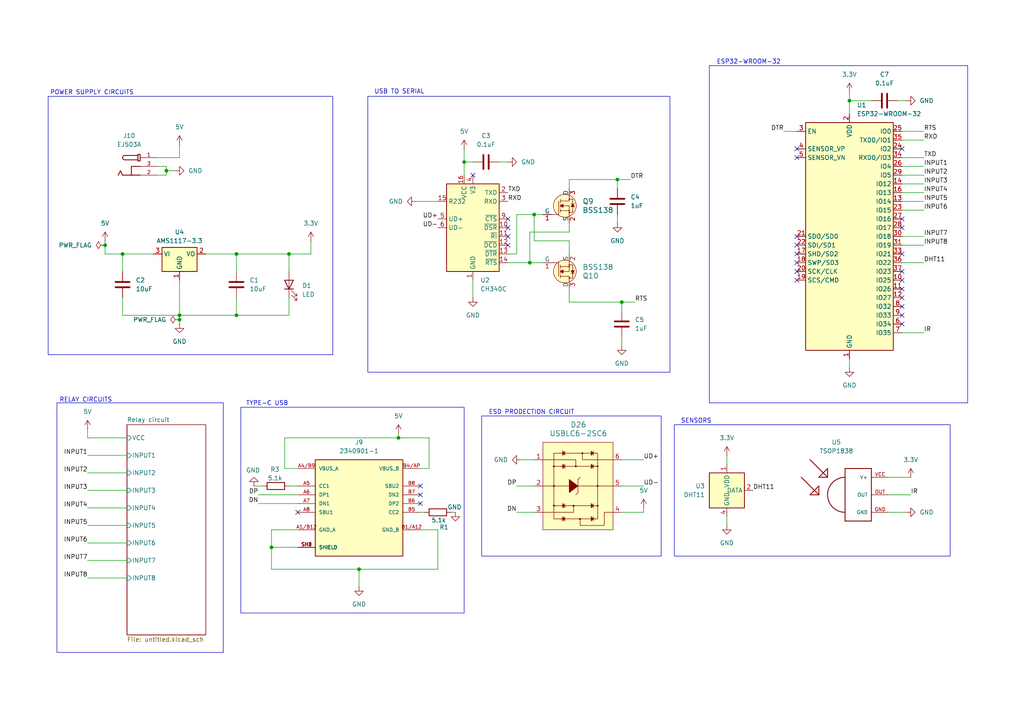
<source format=kicad_sch>
(kicad_sch (version 20250114) (generator "eeschema") (generator_version "9.0")
  (paper "A4")
  (title_block (title "HOME AUTOMATION") (date "2025-06-06") (rev "1") (company "Designed by Vishal"))
  (lib_symbols
    (symbol "Device:C" (pin_numbers (hide yes)) (pin_names (offset 0.254))
      (property "Reference" "C" (at 0.635 2.54 0))
      (property "Value" "C" (at 0.635 -2.54 0))
      (symbol "C_0_1"
        (polyline (pts (xy -2.032 0.762) (xy 2.032 0.762)) (stroke (width 0.508)))
        (polyline (pts (xy -2.032 -0.762) (xy 2.032 -0.762)) (stroke (width 0.508)))
      )
      (symbol "C_1_1"
        (pin passive line (at 0 3.81 270) (length 2.794) (name "~") (number "1"))
        (pin passive line (at 0 -3.81 90) (length 2.794) (name "~") (number "2"))
      )
    )
    (symbol "Device:LED" (pin_numbers (hide yes)) (pin_names (offset 1.016) (hide yes))
      (property "Reference" "D" (at 0 2.54 0))
      (property "Value" "LED" (at 0 -2.54 0))
      (symbol "LED_0_1"
        (polyline (pts (xy -3.048 -0.762) (xy -4.572 -2.286) (xy -3.81 -2.286) (xy -4.572 -2.286) (xy -4.572 -1.524)))
        (polyline (pts (xy -1.778 -0.762) (xy -3.302 -2.286) (xy -2.54 -2.286) (xy -3.302 -2.286) (xy -3.302 -1.524)))
        (polyline (pts (xy -1.27 0) (xy 1.27 0)))
        (polyline (pts (xy -1.27 -1.27) (xy -1.27 1.27)) (stroke (width 0.254)))
        (polyline (pts (xy 1.27 -1.27) (xy 1.27 1.27) (xy -1.27 0) (xy 1.27 -1.27)) (stroke (width 0.254)))
      )
      (symbol "LED_1_1"
        (pin passive line (at -3.81 0 0) (length 2.54) (name "K") (number "1"))
        (pin passive line (at 3.81 0 180) (length 2.54) (name "A") (number "2"))
      )
    )
    (symbol "Device:R" (pin_numbers (hide yes)) (pin_names (offset 0))
      (property "Reference" "R" (at 2.032 0 90))
      (property "Value" "R" (at 0 0 90))
      (symbol "R_0_1"
        (rectangle (start -1.016 -2.54) (end 1.016 2.54) (stroke (width 0.254)))
      )
      (symbol "R_1_1"
        (pin passive line (at 0 3.81 270) (length 1.27) (name "~") (number "1"))
        (pin passive line (at 0 -3.81 90) (length 1.27) (name "~") (number "2"))
      )
    )
    (symbol "Interface_USB:CH340C"
      (property "Reference" "U" (at -5.08 13.97 0))
      (property "Value" "CH340C" (at 1.27 13.97 0))
      (symbol "CH340C_0_1"
        (rectangle (start -7.62 12.7) (end 7.62 -12.7) (stroke (width 0.254)) (fill (type background)))
      )
      (symbol "CH340C_1_1"
        (pin input line (at -10.16 7.62 0) (length 2.54) (name "R232") (number "15"))
        (pin bidirectional line (at -10.16 2.54 0) (length 2.54) (name "UD+") (number "5"))
        (pin bidirectional line (at -10.16 0 0) (length 2.54) (name "UD-") (number "6"))
        (pin no_connect line (at -7.62 -5.08 0) (length 2.54) (hide yes) (name "NC") (number "7"))
        (pin no_connect line (at -7.62 -7.62 0) (length 2.54) (hide yes) (name "NC") (number "8"))
        (pin power_in line (at -2.54 15.24 270) (length 2.54) (name "VCC") (number "16"))
        (pin power_out line (at 0 15.24 270) (length 2.54) (name "V3") (number "4"))
        (pin power_in line (at 0 -15.24 90) (length 2.54) (name "GND") (number "1"))
        (pin output line (at 10.16 10.16 180) (length 2.54) (name "TXD") (number "2"))
        (pin input line (at 10.16 7.62 180) (length 2.54) (name "RXD") (number "3"))
        (pin input line (at 10.16 2.54 180) (length 2.54) (name "~{CTS}") (number "9"))
        (pin input line (at 10.16 0 180) (length 2.54) (name "~{DSR}") (number "10"))
        (pin input line (at 10.16 -2.54 180) (length 2.54) (name "~{RI}") (number "11"))
        (pin input line (at 10.16 -5.08 180) (length 2.54) (name "~{DCD}") (number "12"))
        (pin output line (at 10.16 -7.62 180) (length 2.54) (name "~{DTR}") (number "13"))
        (pin output line (at 10.16 -10.16 180) (length 2.54) (name "~{RTS}") (number "14"))
      )
    )
    (symbol "Power-Jack-EJ503A:EJ503A" (pin_names (offset 1.016))
      (property "Reference" "J" (at -5.08 5.08 0))
      (property "Value" "EJ503A" (at -5.08 -7.62 0))
      (symbol "EJ503A_0_0"
        (polyline (pts (xy -5.715 -1.27) (xy -6.35 -2.54)) (stroke (width 0.254)))
        (polyline (pts (xy -5.08 -2.54) (xy -5.715 -1.27)) (stroke (width 0.254)))
        (arc (start -5.08 2.54) (mid -4.894 2.989) (end -4.445 3.175) (stroke (width 0.254)))
        (arc (start -4.445 1.905) (mid -4.894 2.091) (end -5.08 2.54) (stroke (width 0.254)))
        (polyline (pts (xy -4.445 1.905) (xy -0.635 1.905)) (stroke (width 0.254)))
        (polyline (pts (xy -2.54 0) (xy -2.54 -2.54)) (stroke (width 0.254)))
        (polyline (pts (xy -2.54 -2.54) (xy -5.08 -2.54)) (stroke (width 0.254)))
        (polyline (pts (xy -0.635 3.4925) (xy 0 3.4925)) (stroke (width 0.254)))
        (polyline (pts (xy -0.635 3.175) (xy -4.445 3.175)) (stroke (width 0.254)))
        (polyline (pts (xy -0.635 3.175) (xy -0.635 3.4925)) (stroke (width 0.254)))
        (polyline (pts (xy -0.635 1.905) (xy -0.635 3.175)) (stroke (width 0.254)))
        (polyline (pts (xy -0.635 1.5875) (xy -0.635 1.905)) (stroke (width 0.254)))
        (polyline (pts (xy 0 3.4925) (xy 0 1.5875)) (stroke (width 0.254)))
        (polyline (pts (xy 0 1.5875) (xy -0.635 1.5875)) (stroke (width 0.254)))
        (polyline (pts (xy 0 0) (xy -2.54 0)) (stroke (width 0.254)))
        (polyline (pts (xy 0 -2.54) (xy -2.54 -2.54)) (stroke (width 0.254)))
        (pin passive line (at 5.08 2.54 180) (length 5.08) (name "~") (number "1"))
        (pin passive line (at 5.08 0 180) (length 5.08) (name "~") (number "3"))
        (pin passive line (at 5.08 -2.54 180) (length 5.08) (name "~") (number "2"))
      )
    )
    (symbol "RF_Module:ESP32-WROOM-32"
      (property "Reference" "U" (at -12.7 34.29 0))
      (property "Value" "ESP32-WROOM-32" (at 1.27 34.29 0))
      (symbol "ESP32-WROOM-32_0_1"
        (rectangle (start -12.7 33.02) (end 12.7 -33.02) (stroke (width 0.254)) (fill (type background)))
      )
      (symbol "ESP32-WROOM-32_1_1"
        (pin input line (at -15.24 30.48 0) (length 2.54) (name "EN") (number "3"))
        (pin input line (at -15.24 25.4 0) (length 2.54) (name "SENSOR_VP") (number "4"))
        (pin input line (at -15.24 22.86 0) (length 2.54) (name "SENSOR_VN") (number "5"))
        (pin bidirectional line (at -15.24 0 0) (length 2.54) (name "SDO/SD0") (number "21"))
        (pin bidirectional line (at -15.24 -2.54 0) (length 2.54) (name "SDI/SD1") (number "22"))
        (pin bidirectional line (at -15.24 -5.08 0) (length 2.54) (name "SHD/SD2") (number "17"))
        (pin bidirectional line (at -15.24 -7.62 0) (length 2.54) (name "SWP/SD3") (number "18"))
        (pin bidirectional line (at -15.24 -10.16 0) (length 2.54) (name "SCK/CLK") (number "20"))
        (pin bidirectional line (at -15.24 -12.7 0) (length 2.54) (name "SCS/CMD") (number "19"))
        (pin no_connect line (at -12.7 -27.94 0) (length 2.54) (hide yes) (name "NC") (number "32"))
        (pin power_in line (at 0 35.56 270) (length 2.54) (name "VDD") (number "2"))
        (pin power_in line (at 0 -35.56 90) (length 2.54) (name "GND") (number "1"))
        (pin passive line (at 0 -35.56 90) (length 2.54) (hide yes) (name "GND") (number "15"))
        (pin passive line (at 0 -35.56 90) (length 2.54) (hide yes) (name "GND") (number "38"))
        (pin passive line (at 0 -35.56 90) (length 2.54) (hide yes) (name "GND") (number "39"))
        (pin bidirectional line (at 15.24 30.48 180) (length 2.54) (name "IO0") (number "25"))
        (pin bidirectional line (at 15.24 27.94 180) (length 2.54) (name "TXD0/IO1") (number "35"))
        (pin bidirectional line (at 15.24 25.4 180) (length 2.54) (name "IO2") (number "24"))
        (pin bidirectional line (at 15.24 22.86 180) (length 2.54) (name "RXD0/IO3") (number "34"))
        (pin bidirectional line (at 15.24 20.32 180) (length 2.54) (name "IO4") (number "26"))
        (pin bidirectional line (at 15.24 17.78 180) (length 2.54) (name "IO5") (number "29"))
        (pin bidirectional line (at 15.24 15.24 180) (length 2.54) (name "IO12") (number "14"))
        (pin bidirectional line (at 15.24 12.7 180) (length 2.54) (name "IO13") (number "16"))
        (pin bidirectional line (at 15.24 10.16 180) (length 2.54) (name "IO14") (number "13"))
        (pin bidirectional line (at 15.24 7.62 180) (length 2.54) (name "IO15") (number "23"))
        (pin bidirectional line (at 15.24 5.08 180) (length 2.54) (name "IO16") (number "27"))
        (pin bidirectional line (at 15.24 2.54 180) (length 2.54) (name "IO17") (number "28"))
        (pin bidirectional line (at 15.24 0 180) (length 2.54) (name "IO18") (number "30"))
        (pin bidirectional line (at 15.24 -2.54 180) (length 2.54) (name "IO19") (number "31"))
        (pin bidirectional line (at 15.24 -5.08 180) (length 2.54) (name "IO21") (number "33"))
        (pin bidirectional line (at 15.24 -7.62 180) (length 2.54) (name "IO22") (number "36"))
        (pin bidirectional line (at 15.24 -10.16 180) (length 2.54) (name "IO23") (number "37"))
        (pin bidirectional line (at 15.24 -12.7 180) (length 2.54) (name "IO25") (number "10"))
        (pin bidirectional line (at 15.24 -15.24 180) (length 2.54) (name "IO26") (number "11"))
        (pin bidirectional line (at 15.24 -17.78 180) (length 2.54) (name "IO27") (number "12"))
        (pin bidirectional line (at 15.24 -20.32 180) (length 2.54) (name "IO32") (number "8"))
        (pin bidirectional line (at 15.24 -22.86 180) (length 2.54) (name "IO33") (number "9"))
        (pin input line (at 15.24 -25.4 180) (length 2.54) (name "IO34") (number "6"))
        (pin input line (at 15.24 -27.94 180) (length 2.54) (name "IO35") (number "7"))
      )
    )
    (symbol "Regulator_Linear:AMS1117-3.3"
      (property "Reference" "U" (at -3.81 3.175 0))
      (property "Value" "AMS1117-3.3" (at 0 3.175 0))
      (symbol "AMS1117-3.3_0_1"
        (rectangle (start -5.08 -5.08) (end 5.08 1.905) (stroke (width 0.254)) (fill (type background)))
      )
      (symbol "AMS1117-3.3_1_1"
        (pin power_in line (at -7.62 0 0) (length 2.54) (name "VI") (number "3"))
        (pin power_in line (at 0 -7.62 90) (length 2.54) (name "GND") (number "1"))
        (pin power_out line (at 7.62 0 180) (length 2.54) (name "VO") (number "2"))
      )
    )
    (symbol "Sensor:DHT11"
      (property "Reference" "U" (at -3.81 6.35 0))
      (property "Value" "DHT11" (at 3.81 6.35 0))
      (symbol "DHT11_0_1"
        (rectangle (start -5.08 5.08) (end 5.08 -5.08) (stroke (width 0.254)) (fill (type background)))
      )
      (symbol "DHT11_1_1"
        (pin no_connect line (at -5.08 0 0) (length 2.54) (hide yes) (name "NC") (number "3"))
        (pin power_in line (at 0 7.62 270) (length 2.54) (name "VDD") (number "1"))
        (pin power_in line (at 0 -7.62 90) (length 2.54) (name "GND") (number "4"))
        (pin bidirectional line (at 7.62 0 180) (length 2.54) (name "DATA") (number "2"))
      )
    )
    (symbol "TSOP1838:TSOP1838" (pin_names (offset 1.016))
      (property "Reference" "U" (at 0 0 0))
      (property "Value" "TSOP1838" (at 0 0 0))
      (symbol "TSOP1838_0_0"
        (polyline (pts (xy -15.24 10.16) (xy -10.16 5.08)) (stroke (width 0.254)))
        (polyline (pts (xy -15.24 0) (xy -12.7 2.54)) (stroke (width 0.254)))
        (polyline (pts (xy -15.24 0) (xy -12.7 0)) (stroke (width 0.254)))
        (polyline (pts (xy -12.7 5.08) (xy -10.16 5.08)) (stroke (width 0.254)))
        (polyline (pts (xy -12.7 2.54) (xy -12.7 0)) (stroke (width 0.254)))
        (polyline (pts (xy -12.7 0) (xy -17.78 5.08)) (stroke (width 0.254)))
        (polyline (pts (xy -10.16 7.62) (xy -12.7 5.08)) (stroke (width 0.254)))
        (polyline (pts (xy -10.16 5.08) (xy -10.16 7.62)) (stroke (width 0.254)))
        (polyline (pts (xy -5.08 7.62) (xy 2.54 7.62)) (stroke (width 0.254)))
        (polyline (pts (xy -5.08 -7.62) (xy -5.08 7.62)) (stroke (width 0.254)))
        (arc (start -5.08 -5.08) (mid -10.1378 0) (end -5.08 5.08) (stroke (width 0.254)))
        (polyline (pts (xy 2.54 7.62) (xy 2.54 -7.62)) (stroke (width 0.254)))
        (polyline (pts (xy 2.54 -7.62) (xy -5.08 -7.62)) (stroke (width 0.254)))
        (pin bidirectional line (at 7.62 5.08 180) (length 5.08) (name "V+") (number "VCC"))
        (pin bidirectional line (at 7.62 0 180) (length 5.08) (name "OUT") (number "OUT"))
        (pin bidirectional line (at 7.62 -5.08 180) (length 5.08) (name "GND") (number "GND"))
      )
    )
    (symbol "USB-C-2340901-1:2340901-1" (pin_names (offset 1.016))
      (property "Reference" "J" (at -12.7 13.462 0))
      (property "Value" "2340901-1" (at -12.7 -17.78 0))
      (symbol "2340901-1_0_0"
        (rectangle (start -12.7 -15.24) (end 12.7 12.7) (stroke (width 0.254)) (fill (type background)))
        (pin power_in line (at -17.78 10.16 0) (length 5.08) (name "VBUS_A") (number "A4/B9"))
        (pin bidirectional line (at -17.78 5.08 0) (length 5.08) (name "CC1") (number "A5"))
        (pin bidirectional line (at -17.78 2.54 0) (length 5.08) (name "DP1") (number "A6"))
        (pin bidirectional line (at -17.78 0 0) (length 5.08) (name "DN1") (number "A7"))
        (pin bidirectional line (at -17.78 -2.54 0) (length 5.08) (name "SBU1") (number "A8"))
        (pin power_in line (at -17.78 -7.62 0) (length 5.08) (name "GND_A") (number "A1/B12"))
        (pin passive line (at -17.78 -12.7 0) (length 5.08) (name "SHIELD") (number "SH1"))
        (pin passive line (at -17.78 -12.7 0) (length 5.08) (name "SHIELD") (number "SH2"))
        (pin passive line (at -17.78 -12.7 0) (length 5.08) (name "SHIELD") (number "SH3"))
        (pin passive line (at -17.78 -12.7 0) (length 5.08) (name "SHIELD") (number "SH4"))
        (pin power_in line (at 17.78 10.16 180) (length 5.08) (name "VBUS_B") (number "B4/AP"))
        (pin bidirectional line (at 17.78 5.08 180) (length 5.08) (name "SBU2") (number "B8"))
        (pin bidirectional line (at 17.78 2.54 180) (length 5.08) (name "DN2") (number "B7"))
        (pin bidirectional line (at 17.78 0 180) (length 5.08) (name "DP2") (number "B6"))
        (pin bidirectional line (at 17.78 -2.54 180) (length 5.08) (name "CC2") (number "B5"))
        (pin power_in line (at 17.78 -7.62 180) (length 5.08) (name "GND_B") (number "B1/A12"))
      )
    )
    (symbol "dk_TVS-Diodes:USBLC6-2SC6" (pin_names (offset 1.016))
      (property "Reference" "D" (at -10.16 13.97 0))
      (property "Value" "USBLC6-2SC6" (at 0 -13.97 0))
      (symbol "USBLC6-2SC6_0_1"
        (rectangle (start -10.16 12.7) (end 10.16 -12.7) (fill (type background)))
        (polyline (pts (xy -10.16 7.62) (xy -0.635 7.62) (xy -0.635 5.715)))
        (polyline (pts (xy -10.16 -7.62) (xy -1.27 -7.62) (xy -1.27 -5.715)))
        (polyline (pts (xy -8.89 0) (xy -10.16 0)))
        (polyline (pts (xy -8.89 0) (xy -6.985 0) (xy 0 0)))
        (circle (center -7.0104 5.7404) (radius 0.2032) (fill (type outline)))
        (circle (center -6.9596 0) (radius 0.2032) (fill (type outline)))
        (circle (center -6.9596 -5.6896) (radius 0.2032) (fill (type outline)))
        (polyline (pts (xy -5.08 9.525) (xy 5.08 9.525)))
        (polyline (pts (xy -5.08 5.715) (xy 5.08 5.715)))
        (polyline (pts (xy -5.08 -5.715) (xy 5.08 -5.715)))
        (polyline (pts (xy -5.08 -9.525) (xy 5.08 -9.525)))
        (polyline (pts (xy -4.445 10.16) (xy -4.445 8.89) (xy -3.81 9.525) (xy -4.445 10.16)) (fill (type outline)))
        (polyline (pts (xy -4.445 6.35) (xy -4.445 5.08) (xy -3.81 5.715) (xy -4.445 6.35)) (fill (type outline)))
        (polyline (pts (xy -4.445 5.715) (xy -6.985 5.715)))
        (polyline (pts (xy -4.445 -5.08) (xy -4.445 -6.35) (xy -3.81 -5.715) (xy -4.445 -5.08)) (fill (type outline)))
        (polyline (pts (xy -4.445 -5.715) (xy -6.985 -5.715)))
        (polyline (pts (xy -4.445 -8.89) (xy -4.445 -10.16) (xy -3.81 -9.525) (xy -4.445 -8.89)) (fill (type outline)))
        (polyline (pts (xy -4.445 -9.525) (xy -6.985 -9.525) (xy -6.985 9.525) (xy -4.445 9.525)))
        (polyline (pts (xy -3.81 10.16) (xy -3.81 8.89)))
        (polyline (pts (xy -3.81 6.35) (xy -3.81 5.08)))
        (polyline (pts (xy -3.81 -5.08) (xy -3.81 -6.35)))
        (polyline (pts (xy -3.81 -8.89) (xy -3.81 -10.16)))
        (polyline (pts (xy -2.54 1.905) (xy -2.54 -1.905) (xy 0 0) (xy -2.54 1.905)) (fill (type outline)))
        (circle (center -1.27 -5.7404) (radius 0.2032) (fill (type outline)))
        (circle (center -0.635 5.7404) (radius 0.2032) (fill (type outline)))
        (polyline (pts (xy 0 1.905) (xy 0 -1.905)))
        (polyline (pts (xy 0 1.905) (xy 0.635 2.54)))
        (polyline (pts (xy 0 -1.905) (xy -0.635 -2.54)))
        (circle (center 0.6096 -9.5504) (radius 0.2032) (fill (type outline)))
        (circle (center 1.27 9.4996) (radius 0.2032) (fill (type outline)))
        (polyline (pts (xy 3.81 10.16) (xy 3.81 8.89) (xy 4.445 9.525) (xy 3.81 10.16)) (fill (type outline)))
        (polyline (pts (xy 3.81 6.35) (xy 3.81 5.08) (xy 4.445 5.715) (xy 3.81 6.35)) (fill (type outline)))
        (polyline (pts (xy 3.81 -5.08) (xy 3.81 -6.35) (xy 4.445 -5.715) (xy 3.81 -5.08)) (fill (type outline)))
        (polyline (pts (xy 3.81 -8.89) (xy 3.81 -10.16) (xy 4.445 -9.525) (xy 3.81 -8.89)) (fill (type outline)))
        (polyline (pts (xy 4.445 10.16) (xy 4.445 8.89)))
        (polyline (pts (xy 4.445 9.525) (xy 5.715 9.525) (xy 5.715 -9.525) (xy 4.445 -9.525)))
        (polyline (pts (xy 4.445 8.89) (xy 4.445 8.89)))
        (polyline (pts (xy 4.445 6.35) (xy 4.445 5.08)))
        (polyline (pts (xy 4.445 5.715) (xy 5.715 5.715)))
        (polyline (pts (xy 4.445 -5.08) (xy 4.445 -6.35)))
        (polyline (pts (xy 4.445 -5.715) (xy 5.715 -5.715)))
        (polyline (pts (xy 4.445 -8.89) (xy 4.445 -10.16)))
        (polyline (pts (xy 5.588 0) (xy 10.16 0)))
        (circle (center 5.6896 5.7404) (radius 0.2032) (fill (type outline)))
        (circle (center 5.6896 0) (radius 0.2032) (fill (type outline)))
        (circle (center 5.6896 -5.7404) (radius 0.2032) (fill (type outline)))
        (polyline (pts (xy 5.715 5.715) (xy 5.715 5.715)))
        (polyline (pts (xy 5.715 0) (xy 0 0)))
        (polyline (pts (xy 8.89 7.62) (xy 10.414 7.62)))
        (polyline (pts (xy 8.89 7.62) (xy 1.27 7.62) (xy 1.27 9.525)))
        (polyline (pts (xy 8.89 -7.62) (xy 10.16 -7.62)))
        (polyline (pts (xy 8.89 -7.62) (xy 7.62 -7.62) (xy 7.62 -11.43) (xy 0.635 -11.43) (xy 0.635 -9.525)))
      )
      (symbol "USBLC6-2SC6_1_1"
        (pin input line (at -12.7 7.62 0) (length 2.54) (name "~") (number "1"))
        (pin power_in line (at -12.7 0 0) (length 2.54) (name "~") (number "2"))
        (pin input line (at -12.7 -7.62 0) (length 2.54) (name "~") (number "3"))
        (pin input line (at 12.7 7.62 180) (length 2.54) (name "~") (number "6"))
        (pin output line (at 12.7 0 180) (length 2.54) (name "~") (number "5"))
        (pin input line (at 12.7 -7.62 180) (length 2.54) (name "~") (number "4"))
      )
    )
    (symbol "dk_Transistors-FETs-MOSFETs-Single:BSS138" (pin_names (offset 0))
      (property "Reference" "Q" (at -2.6924 3.6322 0))
      (property "Value" "BSS138" (at 3.4544 0 90))
      (symbol "BSS138_0_1"
        (polyline (pts (xy -5.08 -2.54) (xy -3.048 -2.54) (xy -3.048 1.397)))
        (circle (center -1.27 0) (radius 3.302) (fill (type background)))
        (polyline (pts (xy -0.127 -1.905) (xy 1.016 -1.905) (xy 1.016 1.397) (xy 1.016 1.905) (xy -0.127 1.905)))
        (polyline (pts (xy 0 2.54) (xy 0 1.397) (xy -2.54 1.397)))
        (circle (center 0 1.905) (radius 0.127))
        (polyline (pts (xy 0 -1.397) (xy -2.54 -1.397)))
        (circle (center 0 -1.397) (radius 0.127))
        (circle (center 0 -1.905) (radius 0.127))
        (polyline (pts (xy 0 -2.54) (xy 0 0) (xy -2.54 0)))
      )
      (symbol "BSS138_1_1"
        (polyline (pts (xy -2.54 1.905) (xy -2.54 0.889)))
        (polyline (pts (xy -2.54 0) (xy -2.54 0.508)))
        (polyline (pts (xy -2.54 0) (xy -2.54 -0.508)))
        (polyline (pts (xy -2.54 0) (xy -1.778 0.508) (xy -1.778 -0.508) (xy -2.54 0)) (fill (type outline)))
        (polyline (pts (xy -2.54 -1.397) (xy -2.54 -0.889)))
        (polyline (pts (xy -2.54 -1.397) (xy -2.54 -1.905)))
        (polyline (pts (xy 1.016 0.508) (xy 0.508 -0.254) (xy 1.524 -0.254) (xy 1.016 0.508)) (fill (type outline)))
        (polyline (pts (xy 1.524 0.508) (xy 0.508 0.508)))
        (pin bidirectional line (at -7.62 -2.54 0) (length 2.54) (name "G") (number "1"))
        (pin bidirectional line (at 0 5.08 270) (length 2.54) (name "D") (number "3"))
        (pin bidirectional line (at 0 -5.08 90) (length 2.54) (name "S") (number "2"))
      )
    )
    (symbol "power:GND" (power) (pin_numbers (hide yes)) (pin_names (offset 0) (hide yes))
      (property "Value" "GND" (at 0 -3.81 0))
      (symbol "GND_0_1"
        (polyline (pts (xy 0 0) (xy 0 -1.27) (xy 1.27 -1.27) (xy 0 -2.54) (xy -1.27 -1.27) (xy 0 -1.27)))
      )
      (symbol "GND_1_1"
        (pin power_in line (at 0 0 270) (length 0) (name "~") (number "1"))
      )
    )
    (symbol "power:PWR_FLAG" (power) (pin_numbers (hide yes)) (pin_names (offset 0) (hide yes))
      (property "Value" "PWR_FLAG" (at 0 3.81 0))
      (symbol "PWR_FLAG_0_0"
        (pin power_out line (at 0 0 90) (length 0) (name "~") (number "1"))
      )
      (symbol "PWR_FLAG_0_1"
        (polyline (pts (xy 0 0) (xy 0 1.27) (xy -1.016 1.905) (xy 0 2.54) (xy 1.016 1.905) (xy 0 1.27)))
      )
    )
    (symbol "power:VCC" (power) (pin_numbers (hide yes)) (pin_names (offset 0) (hide yes))
      (property "Value" "VCC" (at 0 3.556 0))
      (symbol "VCC_0_1"
        (polyline (pts (xy -0.762 1.27) (xy 0 2.54)))
        (polyline (pts (xy 0 2.54) (xy 0.762 1.27)))
        (polyline (pts (xy 0 0) (xy 0 2.54)))
      )
      (symbol "VCC_1_1"
        (pin power_in line (at 0 0 90) (length 0) (name "~") (number "1"))
      )
    )
  )
  (rectangle (start 16.51 116.84) (end 64.77 189.23))
  (rectangle (start 195.58 123.19) (end 275.59 161.29))
  (rectangle (start 69.85 118.11) (end 134.62 177.8))
  (rectangle (start 13.97 27.94) (end 96.52 102.87))
  (rectangle (start 205.74 19.05) (end 280.67 116.84))
  (rectangle (start 139.7 120.65) (end 191.77 161.29))
  (rectangle (start 106.68 27.94) (end 194.31 107.95))
  (text "SENSORS\n" (at 201.93 122.174 0) (effects (font (size 1.27 1.27))))
  (text "ESD PRODECTION CIRCUIT\n" (at 154.178 119.634 0) (effects (font (size 1.27 1.27))))
  (text "USB TO SERIAL" (at 115.824 26.67 0) (effects (font (size 1.27 1.27))))
  (text "ESP32-WROOM-32\n" (at 217.17 18.034 0) (effects (font (size 1.27 1.27))))
  (text "POWER SUPPLY CIRCUITS\n" (at 26.67 26.924 0) (effects (font (size 1.27 1.27))))
  (text "TYPE-C USB\n" (at 77.47 117.094 0) (effects (font (size 1.27 1.27))))
  (text "RELAY CIRCUITS\n" (at 24.892 116.078 0) (effects (font (size 1.27 1.27))))
  (junction (at 68.58 91.44))
  (junction (at 52.07 91.44))
  (junction (at 246.38 29.21))
  (junction (at 179.07 52.07))
  (junction (at 83.82 73.66))
  (junction (at 52.07 92.71))
  (junction (at 35.56 73.66))
  (junction (at 134.62 46.99))
  (junction (at 115.57 127))
  (junction (at 104.14 165.1))
  (junction (at 153.67 76.2))
  (junction (at 180.34 87.63))
  (junction (at 78.74 158.75))
  (junction (at 30.48 71.12))
  (junction (at 154.94 62.23))
  (junction (at 68.58 73.66))
  (junction (at 48.26 49.53))
  (no_connect (at 231.14 43.18))
  (no_connect (at 147.32 63.5))
  (no_connect (at 261.62 73.66))
  (no_connect (at 231.14 68.58))
  (no_connect (at 261.62 66.04))
  (no_connect (at 231.14 78.74))
  (no_connect (at 261.62 91.44))
  (no_connect (at 137.16 50.8))
  (no_connect (at 231.14 45.72))
  (no_connect (at 121.92 140.97))
  (no_connect (at 231.14 76.2))
  (no_connect (at 261.62 43.18))
  (no_connect (at 261.62 81.28))
  (no_connect (at 121.92 143.51))
  (no_connect (at 147.32 68.58))
  (no_connect (at 86.36 148.59))
  (no_connect (at 261.62 78.74))
  (no_connect (at 231.14 81.28))
  (no_connect (at 261.62 86.36))
  (no_connect (at 261.62 93.98))
  (no_connect (at 231.14 71.12))
  (no_connect (at 147.32 66.04))
  (no_connect (at 261.62 88.9))
  (no_connect (at 147.32 71.12))
  (no_connect (at 261.62 83.82))
  (no_connect (at 121.92 146.05))
  (no_connect (at 231.14 73.66))
  (no_connect (at 261.62 63.5))
  (wire (pts (xy 74.93 143.51) (xy 86.36 143.51)))
  (wire (pts (xy 52.07 91.44) (xy 52.07 92.71)))
  (wire (pts (xy 90.17 69.85) (xy 90.17 73.66)))
  (wire (pts (xy 186.69 140.97) (xy 180.34 140.97)))
  (wire (pts (xy 68.58 73.66) (xy 68.58 78.74)))
  (wire (pts (xy 48.26 49.53) (xy 50.8 49.53)))
  (wire (pts (xy 83.82 140.97) (xy 86.36 140.97)))
  (wire (pts (xy 78.74 165.1) (xy 104.14 165.1)))
  (wire (pts (xy 137.16 81.28) (xy 137.16 86.36)))
  (wire (pts (xy 83.82 73.66) (xy 83.82 78.74)))
  (wire (pts (xy 104.14 165.1) (xy 104.14 170.18)))
  (wire (pts (xy 165.1 54.61) (xy 165.1 52.07)))
  (wire (pts (xy 130.81 148.59) (xy 132.08 148.59)))
  (wire (pts (xy 147.32 73.66) (xy 149.86 73.66)))
  (wire (pts (xy 210.82 149.86) (xy 210.82 152.4)))
  (wire (pts (xy 153.67 76.2) (xy 157.48 76.2)))
  (wire (pts (xy 267.97 58.42) (xy 261.62 58.42)))
  (wire (pts (xy 59.69 73.66) (xy 68.58 73.66)))
  (wire (pts (xy 127 153.67) (xy 127 165.1)))
  (wire (pts (xy 25.4 127) (xy 36.83 127)))
  (wire (pts (xy 86.36 153.67) (xy 78.74 153.67)))
  (wire (pts (xy 25.4 152.4) (xy 36.83 152.4)))
  (wire (pts (xy 154.94 62.23) (xy 157.48 62.23)))
  (wire (pts (xy 134.62 46.99) (xy 134.62 50.8)))
  (wire (pts (xy 52.07 92.71) (xy 52.07 93.98)))
  (wire (pts (xy 267.97 45.72) (xy 261.62 45.72)))
  (wire (pts (xy 68.58 73.66) (xy 83.82 73.66)))
  (wire (pts (xy 25.4 132.08) (xy 36.83 132.08)))
  (wire (pts (xy 267.97 76.2) (xy 261.62 76.2)))
  (wire (pts (xy 151.13 133.35) (xy 154.94 133.35)))
  (wire (pts (xy 25.4 124.46) (xy 25.4 127)))
  (wire (pts (xy 83.82 73.66) (xy 90.17 73.66)))
  (wire (pts (xy 246.38 104.14) (xy 246.38 106.68)))
  (wire (pts (xy 134.62 43.18) (xy 134.62 46.99)))
  (wire (pts (xy 127 165.1) (xy 104.14 165.1)))
  (wire (pts (xy 267.97 55.88) (xy 261.62 55.88)))
  (wire (pts (xy 45.72 50.8) (xy 48.26 50.8)))
  (wire (pts (xy 180.34 87.63) (xy 180.34 90.17)))
  (wire (pts (xy 115.57 125.73) (xy 115.57 127)))
  (wire (pts (xy 180.34 148.59) (xy 186.69 148.59)))
  (wire (pts (xy 45.72 48.26) (xy 48.26 48.26)))
  (wire (pts (xy 179.07 52.07) (xy 182.88 52.07)))
  (wire (pts (xy 267.97 40.64) (xy 261.62 40.64)))
  (wire (pts (xy 260.35 29.21) (xy 262.89 29.21)))
  (wire (pts (xy 149.86 62.23) (xy 154.94 62.23)))
  (wire (pts (xy 165.1 52.07) (xy 179.07 52.07)))
  (wire (pts (xy 82.55 135.89) (xy 86.36 135.89)))
  (wire (pts (xy 165.1 67.31) (xy 153.67 67.31)))
  (wire (pts (xy 25.4 142.24) (xy 36.83 142.24)))
  (wire (pts (xy 68.58 91.44) (xy 52.07 91.44)))
  (wire (pts (xy 186.69 148.59) (xy 186.69 147.32)))
  (wire (pts (xy 35.56 91.44) (xy 52.07 91.44)))
  (wire (pts (xy 78.74 158.75) (xy 86.36 158.75)))
  (wire (pts (xy 52.07 81.28) (xy 52.07 91.44)))
  (wire (pts (xy 246.38 26.67) (xy 246.38 29.21)))
  (wire (pts (xy 48.26 48.26) (xy 48.26 49.53)))
  (wire (pts (xy 30.48 73.66) (xy 35.56 73.66)))
  (wire (pts (xy 121.92 148.59) (xy 123.19 148.59)))
  (wire (pts (xy 257.81 148.59) (xy 262.89 148.59)))
  (wire (pts (xy 186.69 133.35) (xy 180.34 133.35)))
  (wire (pts (xy 154.94 62.23) (xy 154.94 69.85)))
  (wire (pts (xy 147.32 76.2) (xy 153.67 76.2)))
  (wire (pts (xy 149.86 73.66) (xy 149.86 62.23)))
  (wire (pts (xy 68.58 86.36) (xy 68.58 91.44)))
  (wire (pts (xy 115.57 127) (xy 124.46 127)))
  (wire (pts (xy 144.78 46.99) (xy 147.32 46.99)))
  (wire (pts (xy 180.34 97.79) (xy 180.34 100.33)))
  (wire (pts (xy 179.07 52.07) (xy 179.07 54.61)))
  (wire (pts (xy 30.48 69.85) (xy 30.48 71.12)))
  (wire (pts (xy 149.86 140.97) (xy 154.94 140.97)))
  (wire (pts (xy 261.62 38.1) (xy 267.97 38.1)))
  (wire (pts (xy 76.2 140.97) (xy 73.66 140.97)))
  (wire (pts (xy 257.81 143.51) (xy 264.16 143.51)))
  (wire (pts (xy 246.38 29.21) (xy 246.38 33.02)))
  (wire (pts (xy 165.1 87.63) (xy 180.34 87.63)))
  (wire (pts (xy 124.46 127) (xy 124.46 135.89)))
  (wire (pts (xy 30.48 71.12) (xy 30.48 73.66)))
  (wire (pts (xy 44.45 73.66) (xy 35.56 73.66)))
  (wire (pts (xy 82.55 127) (xy 115.57 127)))
  (wire (pts (xy 267.97 50.8) (xy 261.62 50.8)))
  (wire (pts (xy 267.97 53.34) (xy 261.62 53.34)))
  (wire (pts (xy 48.26 49.53) (xy 48.26 50.8)))
  (wire (pts (xy 179.07 62.23) (xy 179.07 64.77)))
  (wire (pts (xy 153.67 67.31) (xy 153.67 76.2)))
  (wire (pts (xy 120.65 58.42) (xy 127 58.42)))
  (wire (pts (xy 25.4 167.64) (xy 36.83 167.64)))
  (wire (pts (xy 210.82 132.08) (xy 210.82 134.62)))
  (wire (pts (xy 78.74 158.75) (xy 78.74 165.1)))
  (wire (pts (xy 267.97 96.52) (xy 261.62 96.52)))
  (wire (pts (xy 82.55 135.89) (xy 82.55 127)))
  (wire (pts (xy 264.16 138.43) (xy 257.81 138.43)))
  (wire (pts (xy 35.56 73.66) (xy 35.56 78.74)))
  (wire (pts (xy 25.4 162.56) (xy 36.83 162.56)))
  (wire (pts (xy 121.92 153.67) (xy 127 153.67)))
  (wire (pts (xy 25.4 137.16) (xy 36.83 137.16)))
  (wire (pts (xy 78.74 153.67) (xy 78.74 158.75)))
  (wire (pts (xy 25.4 157.48) (xy 36.83 157.48)))
  (wire (pts (xy 180.34 87.63) (xy 184.15 87.63)))
  (wire (pts (xy 267.97 60.96) (xy 261.62 60.96)))
  (wire (pts (xy 165.1 83.82) (xy 165.1 87.63)))
  (wire (pts (xy 52.07 41.91) (xy 52.07 45.72)))
  (wire (pts (xy 68.58 91.44) (xy 83.82 91.44)))
  (wire (pts (xy 35.56 86.36) (xy 35.56 91.44)))
  (wire (pts (xy 267.97 68.58) (xy 261.62 68.58)))
  (wire (pts (xy 134.62 46.99) (xy 137.16 46.99)))
  (wire (pts (xy 246.38 29.21) (xy 252.73 29.21)))
  (wire (pts (xy 165.1 73.66) (xy 165.1 69.85)))
  (wire (pts (xy 267.97 71.12) (xy 261.62 71.12)))
  (wire (pts (xy 267.97 48.26) (xy 261.62 48.26)))
  (wire (pts (xy 165.1 64.77) (xy 165.1 67.31)))
  (wire (pts (xy 25.4 147.32) (xy 36.83 147.32)))
  (wire (pts (xy 149.86 148.59) (xy 154.94 148.59)))
  (wire (pts (xy 52.07 45.72) (xy 45.72 45.72)))
  (wire (pts (xy 227.33 38.1) (xy 231.14 38.1)))
  (wire (pts (xy 165.1 69.85) (xy 154.94 69.85)))
  (wire (pts (xy 74.93 146.05) (xy 86.36 146.05)))
  (wire (pts (xy 83.82 86.36) (xy 83.82 91.44)))
  (wire (pts (xy 121.92 135.89) (xy 124.46 135.89)))
  (label "DTR" (at 227.33 38.1 180))
  (label "INPUT8" (at 267.97 71.12 0))
  (label "INPUT7" (at 25.4 162.56 180))
  (label "DP" (at 149.86 140.97 180))
  (label "RTS" (at 184.15 87.63 0))
  (label "IR" (at 267.97 96.52 0))
  (label "DHT11" (at 267.97 76.2 0))
  (label "UD-" (at 186.69 140.97 0))
  (label "DN" (at 149.86 148.59 180))
  (label "UD-" (at 127 66.04 180))
  (label "DP" (at 74.93 143.51 180))
  (label "UD+" (at 186.69 133.35 0))
  (label "INPUT8" (at 25.4 167.64 180))
  (label "DTR" (at 182.88 52.07 0))
  (label "INPUT4" (at 267.97 55.88 0))
  (label "INPUT7" (at 267.97 68.58 0))
  (label "DN" (at 74.93 146.05 180))
  (label "INPUT2" (at 25.4 137.16 180))
  (label "INPUT6" (at 25.4 157.48 180))
  (label "INPUT5" (at 267.97 58.42 0))
  (label "INPUT6" (at 267.97 60.96 0))
  (label "UD+" (at 127 63.5 180))
  (label "INPUT3" (at 25.4 142.24 180))
  (label "TXD" (at 147.32 55.88 0))
  (label "INPUT5" (at 25.4 152.4 180))
  (label "INPUT4" (at 25.4 147.32 180))
  (label "RXD" (at 147.32 58.42 0))
  (label "INPUT1" (at 267.97 48.26 0))
  (label "INPUT1" (at 25.4 132.08 180))
  (label "IR" (at 264.16 143.51 0))
  (label "RTS" (at 267.97 38.1 0))
  (label "RXD" (at 267.97 40.64 0))
  (label "TXD" (at 267.97 45.72 0))
  (label "INPUT2" (at 267.97 50.8 0))
  (label "DHT11" (at 218.44 142.24 0))
  (label "INPUT3" (at 267.97 53.34 0))
  (symbol (lib_id "power:GND") (at 180.34 100.33 0) (unit 1)
    (property "Reference" "#PWR029" (effects (hide yes)))
    (property "Value" "GND" (at 180.34 105.41 0))
    (property "Description" "Power symbol creates a global label with name \"GND\" , ground" (effects (hide yes)))
  )
  (symbol (lib_id "power:VCC") (at 264.16 138.43 0) (unit 1)
    (property "Reference" "#PWR05" (effects (hide yes)))
    (property "Value" "3.3V" (at 264.16 133.35 0))
    (property "Description" "Power symbol creates a global label with name \"VCC\"" (effects (hide yes)))
  )
  (symbol (lib_id "power:GND") (at 262.89 148.59 90) (unit 1)
    (property "Reference" "#PWR019" (effects (hide yes)))
    (property "Value" "GND" (at 266.7 148.5899 90) (effects (justify right)))
    (property "Description" "Power symbol creates a global label with name \"GND\" , ground" (effects (hide yes)))
  )
  (symbol (lib_id "power:GND") (at 179.07 64.77 0) (unit 1)
    (property "Reference" "#PWR030" (effects (hide yes)))
    (property "Value" "GND" (at 179.07 69.85 0))
    (property "Description" "Power symbol creates a global label with name \"GND\" , ground" (effects (hide yes)))
  )
  (symbol (lib_id "Power-Jack-EJ503A:EJ503A") (at 40.64 48.26 0) (unit 1)
    (property "Reference" "J10" (at 37.465 39.37 0))
    (property "Value" "EJ503A" (at 37.465 41.91 0))
    (property "Footprint" "Power-Jack-EJ503A:MPD_EJ503A" (effects (hide yes)))
    (property "MF" "MPD" (effects (hide yes)))
    (property "MAXIMUM_PACKAGE_HEIGHT" "11 mm" (effects (hide yes)))
    (property "Package" "None" (effects (hide yes)))
    (property "Price" "None" (effects (hide yes)))
    (property "Check_prices" "https://www.snapeda.com/parts/EJ503A/MPD/view-part/?ref=eda" (effects (hide yes)))
    (property "STANDARD" "Manufacturer Recommendations" (effects (hide yes)))
    (property "PARTREV" "B" (effects (hide yes)))
    (property "SnapEDA_Link" "https://www.snapeda.com/parts/EJ503A/MPD/view-part/?ref=snap" (effects (hide yes)))
    (property "MP" "EJ503A" (effects (hide yes)))
    (property "Description_1" "Power Barrel Connector Jack 2.10mm ID (0.083), 5.50mm OD (0.217) Through Hole, Right Angle" (effects (hide yes)))
    (property "Availability" "In Stock" (effects (hide yes)))
    (property "MANUFACTURER" "MPD" (effects (hide yes)))
  )
  (symbol (lib_id "Device:R") (at 80.01 140.97 270) (mirror x) (unit 1)
    (property "Reference" "R3" (at 79.756 136.144 90))
    (property "Value" "5.1k" (at 79.756 138.684 90))
    (property "Footprint" "Resistor_SMD:R_0805_2012Metric_Pad1.20x1.40mm_HandSolder" (effects (hide yes)))
    (property "Description" "Resistor" (effects (hide yes)))
  )
  (symbol (lib_id "power:VCC") (at 25.4 124.46 0) (unit 1)
    (property "Reference" "#PWR025" (effects (hide yes)))
    (property "Value" "5V" (at 25.4 119.38 0))
    (property "Description" "Power symbol creates a global label with name \"VCC\"" (effects (hide yes)))
  )
  (symbol (lib_id "power:VCC") (at 246.38 26.67 0) (unit 1)
    (property "Reference" "#PWR04" (effects (hide yes)))
    (property "Value" "3.3V" (at 246.38 21.59 0))
    (property "Description" "Power symbol creates a global label with name \"VCC\"" (effects (hide yes)))
  )
  (symbol (lib_id "power:VCC") (at 115.57 125.73 0) (unit 1)
    (property "Reference" "#PWR027" (effects (hide yes)))
    (property "Value" "5V" (at 115.57 120.65 0))
    (property "Description" "Power symbol creates a global label with name \"VCC\"" (effects (hide yes)))
  )
  (symbol (lib_id "power:GND") (at 147.32 46.99 90) (unit 1)
    (property "Reference" "#PWR033" (effects (hide yes)))
    (property "Value" "GND" (at 151.13 46.9899 90) (effects (justify right)))
    (property "Description" "Power symbol creates a global label with name \"GND\" , ground" (effects (hide yes)))
  )
  (symbol (lib_id "power:GND") (at 210.82 152.4 0) (unit 1)
    (property "Reference" "#PWR020" (effects (hide yes)))
    (property "Value" "GND" (at 210.82 157.48 0))
    (property "Description" "Power symbol creates a global label with name \"GND\" , ground" (effects (hide yes)))
  )
  (symbol (lib_id "power:VCC") (at 30.48 69.85 0) (unit 1)
    (property "Reference" "#PWR023" (effects (hide yes)))
    (property "Value" "5V" (at 30.48 64.77 0))
    (property "Description" "Power symbol creates a global label with name \"VCC\"" (effects (hide yes)))
  )
  (symbol (lib_id "power:GND") (at 52.07 93.98 0) (unit 1)
    (property "Reference" "#PWR01" (effects (hide yes)))
    (property "Value" "GND" (at 52.07 99.06 0))
    (property "Description" "Power symbol creates a global label with name \"GND\" , ground" (effects (hide yes)))
  )
  (symbol (lib_id "Sensor:DHT11") (at 210.82 142.24 0) (unit 1)
    (property "Reference" "U3" (at 204.47 140.9699 0) (effects (justify right)))
    (property "Value" "DHT11" (at 204.47 143.5099 0) (effects (justify right)))
    (property "Footprint" "Sensor:Aosong_DHT11_5.5x12.0_P2.54mm" (effects (hide yes)))
    (property "Datasheet" "http://akizukidenshi.com/download/ds/aosong/DHT11.pdf" (effects (hide yes)))
    (property "Description" "3.3V to 5.5V, temperature and humidity module, DHT11" (effects (hide yes)))
  )
  (symbol (lib_id "TSOP1838:TSOP1838") (at 250.19 143.51 0) (unit 1)
    (property "Reference" "U5" (at 242.57 128.27 0))
    (property "Value" "TSOP1838" (at 242.57 130.81 0))
    (property "Footprint" "TSOP1838:TSOP18XX" (effects (hide yes)))
    (property "MF" "Vishay Semiconductors" (effects (hide yes)))
    (property "Description_1" "Infrared Receivers IR REMOTE SYS" (effects (hide yes)))
    (property "Package" "None" (effects (hide yes)))
    (property "Price" "None" (effects (hide yes)))
    (property "SnapEDA_Link" "https://www.snapeda.com/parts/TSOP1838/Vishay/view-part/?ref=snap" (effects (hide yes)))
    (property "MP" "TSOP1838" (effects (hide yes)))
    (property "Availability" "In Stock" (effects (hide yes)))
    (property "Check_prices" "https://www.snapeda.com/parts/TSOP1838/Vishay/view-part/?ref=eda" (effects (hide yes)))
  )
  (symbol (lib_id "power:GND") (at 104.14 170.18 0) (unit 1)
    (property "Reference" "#PWR021" (effects (hide yes)))
    (property "Value" "GND" (at 104.14 175.26 0))
    (property "Description" "Power symbol creates a global label with name \"GND\" , ground" (effects (hide yes)))
  )
  (symbol (lib_id "Device:C") (at 140.97 46.99 90) (unit 1)
    (property "Reference" "C3" (at 140.97 39.37 90))
    (property "Value" "0.1uF" (at 140.97 41.91 90))
    (property "Footprint" "Capacitor_SMD:C_1206_3216Metric_Pad1.33x1.80mm_HandSolder" (effects (hide yes)))
    (property "Description" "Unpolarized capacitor" (effects (hide yes)))
  )
  (symbol (lib_id "power:GND") (at 120.65 58.42 270) (unit 1)
    (property "Reference" "#PWR03" (effects (hide yes)))
    (property "Value" "GND" (at 116.84 58.4199 90) (effects (justify right)))
    (property "Description" "Power symbol creates a global label with name \"GND\" , ground" (effects (hide yes)))
  )
  (symbol (lib_id "dk_Transistors-FETs-MOSFETs-Single:BSS138") (at 165.1 59.69 0) (unit 1)
    (property "Reference" "Q9" (at 168.91 58.4199 0) (effects (font (size 1.524 1.524)) (justify left)))
    (property "Value" "BSS138" (at 168.91 60.9599 0) (effects (font (size 1.524 1.524)) (justify left)))
    (property "Footprint" "digikey-footprints:SOT-23-3" (effects (hide yes)))
    (property "Datasheet" "https://www.onsemi.com/pub/Collateral/BSS138-D.PDF" (effects (hide yes)))
    (property "Description" "MOSFET N-CH 50V 220MA SOT-23" (effects (hide yes)))
    (property "Digi-Key_PN" "BSS138CT-ND" (effects (hide yes)))
    (property "MPN" "BSS138" (effects (hide yes)))
    (property "Category" "Discrete Semiconductor Products" (effects (hide yes)))
    (property "Family" "Transistors - FETs, MOSFETs - Single" (effects (hide yes)))
    (property "DK_Datasheet_Link" "https://www.onsemi.com/pub/Collateral/BSS138-D.PDF" (effects (hide yes)))
    (property "DK_Detail_Page" "/product-detail/en/on-semiconductor/BSS138/BSS138CT-ND/244294" (effects (hide yes)))
    (property "Description_1" "MOSFET N-CH 50V 220MA SOT-23" (effects (hide yes)))
    (property "Manufacturer" "ON Semiconductor" (effects (hide yes)))
    (property "Status" "Active" (effects (hide yes)))
  )
  (symbol (lib_id "Device:C") (at 179.07 58.42 180) (unit 1)
    (property "Reference" "C4" (at 182.88 57.1499 0) (effects (justify right)))
    (property "Value" "1uF" (at 182.88 59.6899 0) (effects (justify right)))
    (property "Footprint" "Capacitor_SMD:C_1206_3216Metric_Pad1.33x1.80mm_HandSolder" (effects (hide yes)))
    (property "Description" "Unpolarized capacitor" (effects (hide yes)))
  )
  (symbol (lib_id "Device:C") (at 68.58 82.55 0) (unit 1)
    (property "Reference" "C1" (at 72.39 81.2799 0) (effects (justify left)))
    (property "Value" "10uF" (at 72.39 83.8199 0) (effects (justify left)))
    (property "Footprint" "Capacitor_SMD:C_1206_3216Metric_Pad1.33x1.80mm_HandSolder" (effects (hide yes)))
    (property "Description" "Unpolarized capacitor" (effects (hide yes)))
  )
  (symbol (lib_id "power:VCC") (at 134.62 43.18 0) (unit 1)
    (property "Reference" "#PWR024" (effects (hide yes)))
    (property "Value" "5V" (at 134.62 38.1 0))
    (property "Description" "Power symbol creates a global label with name \"VCC\"" (effects (hide yes)))
  )
  (symbol (lib_id "Device:C") (at 35.56 82.55 0) (unit 1)
    (property "Reference" "C2" (at 39.37 81.2799 0) (effects (justify left)))
    (property "Value" "10uF" (at 39.37 83.8199 0) (effects (justify left)))
    (property "Footprint" "Capacitor_SMD:C_1206_3216Metric_Pad1.33x1.80mm_HandSolder" (effects (hide yes)))
    (property "Description" "Unpolarized capacitor" (effects (hide yes)))
  )
  (symbol (lib_id "USB-C-2340901-1:2340901-1") (at 104.14 146.05 0) (unit 1)
    (property "Reference" "J9" (at 104.14 128.27 0))
    (property "Value" "2340901-1" (at 104.14 130.81 0))
    (property "Footprint" "2340901-1:TE_2340901-1" (effects (hide yes)))
    (property "MF" "TE Connectivity" (effects (hide yes)))
    (property "MAXIMUM_PACKAGE_HEIGHT" "1.58mm" (effects (hide yes)))
    (property "Package" "None" (effects (hide yes)))
    (property "Price" "None" (effects (hide yes)))
    (property "Check_prices" "https://www.snapeda.com/parts/2340901-1/TE+Connectivity/view-part/?ref=eda" (effects (hide yes)))
    (property "STANDARD" "Manufacturer Recommendations" (effects (hide yes)))
    (property "PARTREV" "A" (effects (hide yes)))
    (property "SnapEDA_Link" "https://www.snapeda.com/parts/2340901-1/TE+Connectivity/view-part/?ref=snap" (effects (hide yes)))
    (property "MP" "2340901-1" (effects (hide yes)))
    (property "Description_1" "USB Type C 2.0 Conn Rec Mid-Mount One Ro" (effects (hide yes)))
    (property "Availability" "In Stock" (effects (hide yes)))
    (property "MANUFACTURER" "TE Connectivity" (effects (hide yes)))
  )
  (symbol (lib_id "Device:C") (at 180.34 93.98 180) (unit 1)
    (property "Reference" "C5" (at 184.15 92.7099 0) (effects (justify right)))
    (property "Value" "1uF" (at 184.15 95.2499 0) (effects (justify right)))
    (property "Footprint" "Capacitor_SMD:C_1206_3216Metric_Pad1.33x1.80mm_HandSolder" (effects (hide yes)))
    (property "Description" "Unpolarized capacitor" (effects (hide yes)))
  )
  (symbol (lib_id "power:GND") (at 73.66 140.97 0) (mirror x) (unit 1)
    (property "Reference" "#PWR08" (effects (hide yes)))
    (property "Value" "GND" (at 75.438 136.398 0) (effects (justify right)))
    (property "Description" "Power symbol creates a global label with name \"GND\" , ground" (effects (hide yes)))
  )
  (symbol (lib_id "dk_TVS-Diodes:USBLC6-2SC6") (at 167.64 140.97 0) (unit 1)
    (property "Reference" "D26" (at 167.767 123.19 0) (effects (font (size 1.524 1.524))))
    (property "Value" "USBLC6-2SC6" (at 167.767 125.73 0) (effects (font (size 1.524 1.524))))
    (property "Footprint" "USBLC6-2SC6:SOT95P280X145-6N" (effects (hide yes)))
    (property "Datasheet" "http://www.st.com/content/ccc/resource/technical/document/datasheet/06/1d/48/9c/6c/20/4a/b2/CD00050750.pdf/files/CD00050750.pdf/jcr:content/translations/en.CD00050750.pdf" (effects (hide yes)))
    (property "Description" "TVS DIODE 5.25V 17V SOT23-6" (effects (hide yes)))
    (property "Digi-Key_PN" "497-5235-1-ND" (effects (hide yes)))
    (property "MPN" "USBLC6-2SC6" (effects (hide yes)))
    (property "Category" "Circuit Protection" (effects (hide yes)))
    (property "Family" "TVS - Diodes" (effects (hide yes)))
    (property "DK_Datasheet_Link" "http://www.st.com/content/ccc/resource/technical/document/datasheet/06/1d/48/9c/6c/20/4a/b2/CD00050750.pdf/files/CD00050750.pdf/jcr:content/translations/en.CD00050750.pdf" (effects (hide yes)))
    (property "DK_Detail_Page" "/product-detail/en/stmicroelectronics/USBLC6-2SC6/497-5235-1-ND/1121688" (effects (hide yes)))
    (property "Description_1" "TVS DIODE 5.25V 17V SOT23-6" (effects (hide yes)))
    (property "Manufacturer" "STMicroelectronics" (effects (hide yes)))
    (property "Status" "Active" (effects (hide yes)))
  )
  (symbol (lib_id "power:GND") (at 262.89 29.21 90) (unit 1)
    (property "Reference" "#PWR09" (effects (hide yes)))
    (property "Value" "GND" (at 266.7 29.2099 90) (effects (justify right)))
    (property "Description" "Power symbol creates a global label with name \"GND\" , ground" (effects (hide yes)))
  )
  (symbol (lib_id "power:VCC") (at 186.69 147.32 0) (unit 1)
    (property "Reference" "#PWR031" (effects (hide yes)))
    (property "Value" "5V" (at 186.69 142.24 0))
    (property "Description" "Power symbol creates a global label with name \"VCC\"" (effects (hide yes)))
  )
  (symbol (lib_id "power:VCC") (at 210.82 132.08 0) (unit 1)
    (property "Reference" "#PWR07" (effects (hide yes)))
    (property "Value" "3.3V" (at 210.82 127 0))
    (property "Description" "Power symbol creates a global label with name \"VCC\"" (effects (hide yes)))
  )
  (symbol (lib_id "RF_Module:ESP32-WROOM-32") (at 246.38 68.58 0) (unit 1)
    (property "Reference" "U1" (at 248.5233 30.48 0) (effects (justify left)))
    (property "Value" "ESP32-WROOM-32" (at 248.5233 33.02 0) (effects (justify left)))
    (property "Footprint" "RF_Module:ESP32-WROOM-32" (effects (hide yes)))
    (property "Datasheet" "https://www.espressif.com/sites/default/files/documentation/esp32-wroom-32_datasheet_en.pdf" (effects (hide yes)))
    (property "Description" "RF Module, ESP32-D0WDQ6 SoC, Wi-Fi 802.11b/g/n, Bluetooth, BLE, 32-bit, 2.7-3.6V, onboard antenna, SMD" (effects (hide yes)))
  )
  (symbol (lib_id "dk_Transistors-FETs-MOSFETs-Single:BSS138") (at 165.1 78.74 0) (mirror x) (unit 1)
    (property "Reference" "Q10" (at 168.91 80.0101 0) (effects (font (size 1.524 1.524)) (justify left)))
    (property "Value" "BSS138" (at 168.91 77.4701 0) (effects (font (size 1.524 1.524)) (justify left)))
    (property "Footprint" "digikey-footprints:SOT-23-3" (effects (hide yes)))
    (property "Datasheet" "https://www.onsemi.com/pub/Collateral/BSS138-D.PDF" (effects (hide yes)))
    (property "Description" "MOSFET N-CH 50V 220MA SOT-23" (effects (hide yes)))
    (property "Digi-Key_PN" "BSS138CT-ND" (effects (hide yes)))
    (property "MPN" "BSS138" (effects (hide yes)))
    (property "Category" "Discrete Semiconductor Products" (effects (hide yes)))
    (property "Family" "Transistors - FETs, MOSFETs - Single" (effects (hide yes)))
    (property "DK_Datasheet_Link" "https://www.onsemi.com/pub/Collateral/BSS138-D.PDF" (effects (hide yes)))
    (property "DK_Detail_Page" "/product-detail/en/on-semiconductor/BSS138/BSS138CT-ND/244294" (effects (hide yes)))
    (property "Description_1" "MOSFET N-CH 50V 220MA SOT-23" (effects (hide yes)))
    (property "Manufacturer" "ON Semiconductor" (effects (hide yes)))
    (property "Status" "Active" (effects (hide yes)))
  )
  (symbol (lib_id "power:VCC") (at 52.07 41.91 0) (unit 1)
    (property "Reference" "#PWR026" (effects (hide yes)))
    (property "Value" "5V" (at 52.07 36.83 0))
    (property "Description" "Power symbol creates a global label with name \"VCC\"" (effects (hide yes)))
  )
  (symbol (lib_id "power:VCC") (at 90.17 69.85 0) (unit 1)
    (property "Reference" "#PWR022" (effects (hide yes)))
    (property "Value" "3.3V" (at 90.17 64.77 0))
    (property "Description" "Power symbol creates a global label with name \"VCC\"" (effects (hide yes)))
  )
  (symbol (lib_id "power:GND") (at 132.08 148.59 0) (mirror y) (unit 1)
    (property "Reference" "#PWR028" (effects (hide yes)))
    (property "Value" "GND" (at 129.794 147.066 0) (effects (justify right)))
    (property "Description" "Power symbol creates a global label with name \"GND\" , ground" (effects (hide yes)))
  )
  (symbol (lib_id "power:PWR_FLAG") (at 52.07 92.71 90) (unit 1)
    (property "Reference" "#FLG02" (effects (hide yes)))
    (property "Value" "PWR_FLAG" (at 48.26 92.7099 90) (effects (justify left)))
    (property "Description" "Special symbol for telling ERC where power comes from" (effects (hide yes)))
  )
  (symbol (lib_id "Device:R") (at 127 148.59 270) (mirror x) (unit 1)
    (property "Reference" "R1" (at 128.778 152.908 90))
    (property "Value" "5.1k" (at 127.254 150.876 90))
    (property "Footprint" "Resistor_SMD:R_0805_2012Metric_Pad1.20x1.40mm_HandSolder" (effects (hide yes)))
    (property "Description" "Resistor" (effects (hide yes)))
  )
  (symbol (lib_id "Regulator_Linear:AMS1117-3.3") (at 52.07 73.66 0) (unit 1)
    (property "Reference" "U4" (at 52.07 67.31 0))
    (property "Value" "AMS1117-3.3" (at 52.07 69.85 0))
    (property "Footprint" "Package_TO_SOT_SMD:SOT-223-3_TabPin2" (effects (hide yes)))
    (property "Datasheet" "http://www.advanced-monolithic.com/pdf/ds1117.pdf" (effects (hide yes)))
    (property "Description" "1A Low Dropout regulator, positive, 3.3V fixed output, SOT-223" (effects (hide yes)))
  )
  (symbol (lib_id "power:GND") (at 50.8 49.53 90) (unit 1)
    (property "Reference" "#PWR06" (effects (hide yes)))
    (property "Value" "GND" (at 54.61 49.5299 90) (effects (justify right)))
    (property "Description" "Power symbol creates a global label with name \"GND\" , ground" (effects (hide yes)))
  )
  (symbol (lib_id "Interface_USB:CH340C") (at 137.16 66.04 0) (unit 1)
    (property "Reference" "U2" (at 139.3033 81.28 0) (effects (justify left)))
    (property "Value" "CH340C" (at 139.3033 83.82 0) (effects (justify left)))
    (property "Footprint" "Package_SO:SOIC-16_3.9x9.9mm_P1.27mm" (effects (hide yes)))
    (property "Datasheet" "https://datasheet.lcsc.com/szlcsc/Jiangsu-Qin-Heng-CH340C_C84681.pdf" (effects (hide yes)))
    (property "Description" "USB serial converter, crystal-less, UART, SOIC-16" (effects (hide yes)))
  )
  (symbol (lib_id "power:GND") (at 246.38 106.68 0) (unit 1)
    (property "Reference" "#PWR010" (effects (hide yes)))
    (property "Value" "GND" (at 246.38 111.76 0))
    (property "Description" "Power symbol creates a global label with name \"GND\" , ground" (effects (hide yes)))
  )
  (symbol (lib_id "Device:LED") (at 83.82 82.55 90) (unit 1)
    (property "Reference" "D1" (at 87.63 82.8674 90) (effects (justify right)))
    (property "Value" "LED" (at 87.63 85.4074 90) (effects (justify right)))
    (property "Footprint" "LED_SMD:LED_1812_4532Metric_Pad1.30x3.40mm_HandSolder" (effects (hide yes)))
    (property "Description" "Light emitting diode" (effects (hide yes)))
    (property "Sim.Pins" "1=K 2=A" (effects (hide yes)))
  )
  (symbol (lib_id "power:GND") (at 151.13 133.35 270) (mirror x) (unit 1)
    (property "Reference" "#PWR032" (effects (hide yes)))
    (property "Value" "GND" (at 147.32 133.3499 90) (effects (justify right)))
    (property "Description" "Power symbol creates a global label with name \"GND\" , ground" (effects (hide yes)))
  )
  (symbol (lib_id "power:PWR_FLAG") (at 30.48 71.12 90) (unit 1)
    (property "Reference" "#FLG03" (effects (hide yes)))
    (property "Value" "PWR_FLAG" (at 26.67 71.1199 90) (effects (justify left)))
    (property "Description" "Special symbol for telling ERC where power comes from" (effects (hide yes)))
  )
  (symbol (lib_id "Device:C") (at 256.54 29.21 90) (unit 1)
    (property "Reference" "C7" (at 256.54 21.59 90))
    (property "Value" "0.1uF" (at 256.54 24.13 90))
    (property "Footprint" "Capacitor_SMD:C_1206_3216Metric_Pad1.33x1.80mm_HandSolder" (effects (hide yes)))
    (property "Description" "Unpolarized capacitor" (effects (hide yes)))
  )
  (symbol (lib_id "power:GND") (at 137.16 86.36 0) (unit 1)
    (property "Reference" "#PWR02" (effects (hide yes)))
    (property "Value" "GND" (at 137.16 91.44 0))
    (property "Description" "Power symbol creates a global label with name \"GND\" , ground" (effects (hide yes)))
  )
  (sheet (at 36.83 123.19) (size 22.86 60.96) (stroke (width 0.1524))
    (property "Sheetname" "Relay circuit" (at 36.83 122.4784 0) (effects (justify left bottom)))
    (property "Sheetfile" "untitled.kicad_sch" (at 36.83 184.7346 0) (effects (justify left top)))
    (pin "VCC" input (at 36.83 127 180))
    (pin "INPUT1" input (at 36.83 132.08 180))
    (pin "INPUT2" input (at 36.83 137.16 180))
    (pin "INPUT3" input (at 36.83 142.24 180))
    (pin "INPUT4" input (at 36.83 147.32 180))
    (pin "INPUT5" input (at 36.83 152.4 180))
    (pin "INPUT6" input (at 36.83 157.48 180))
    (pin "INPUT7" input (at 36.83 162.56 180))
    (pin "INPUT8" input (at 36.83 167.64 180))
  )
)
</source>
